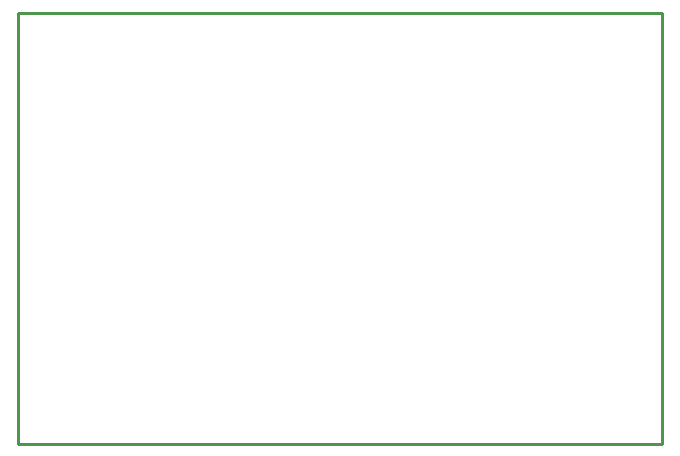
<source format=gbr>
G04 EAGLE Gerber RS-274X export*
G75*
%MOMM*%
%FSLAX34Y34*%
%LPD*%
%IN*%
%IPPOS*%
%AMOC8*
5,1,8,0,0,1.08239X$1,22.5*%
G01*
%ADD10C,0.254000*%


D10*
X0Y635000D02*
X545900Y635000D01*
X545900Y1000000D01*
X0Y1000000D01*
X0Y635000D01*
M02*

</source>
